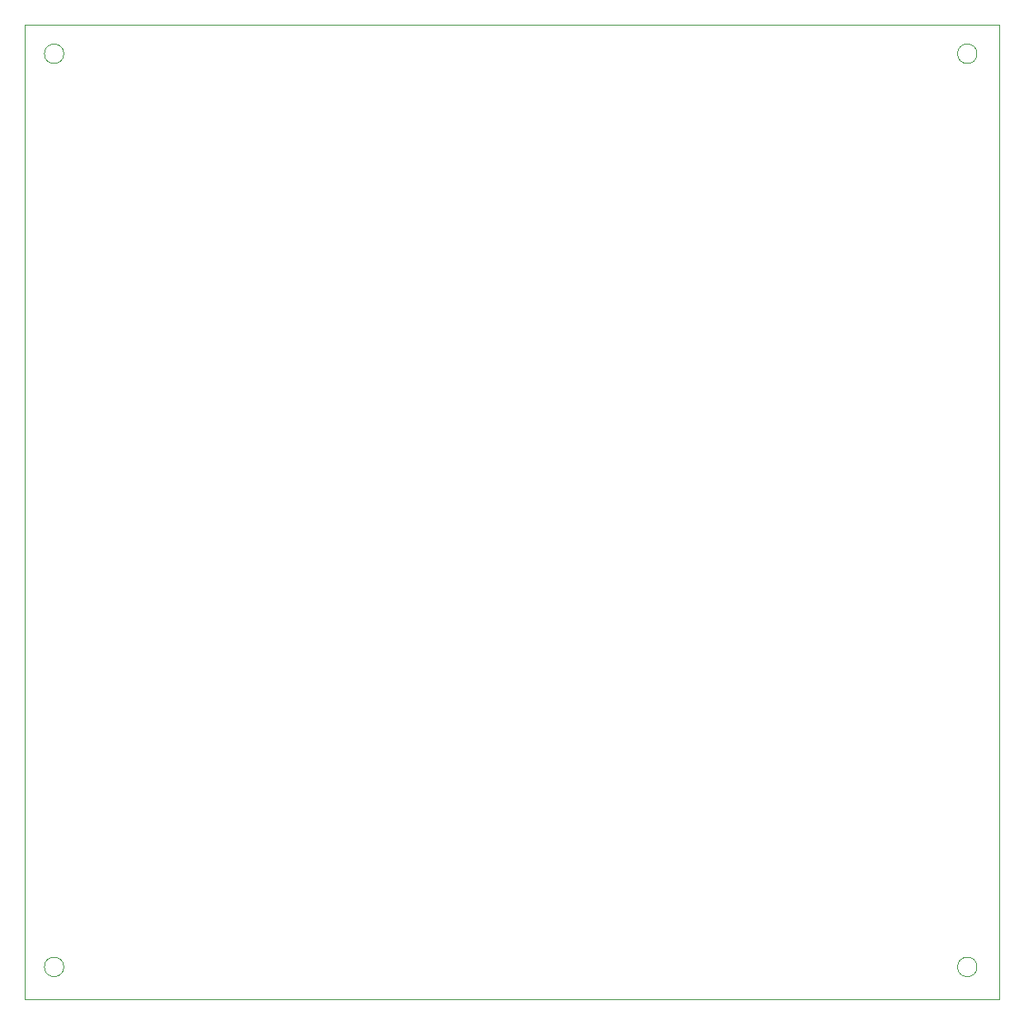
<source format=gbr>
%TF.GenerationSoftware,KiCad,Pcbnew,(5.0.0)*%
%TF.CreationDate,2020-03-24T12:10:01+01:00*%
%TF.ProjectId,Schaltplan_Modul2,536368616C74706C616E5F4D6F64756C,rev?*%
%TF.SameCoordinates,Original*%
%TF.FileFunction,Paste,Bot*%
%TF.FilePolarity,Positive*%
%FSLAX46Y46*%
G04 Gerber Fmt 4.6, Leading zero omitted, Abs format (unit mm)*
G04 Created by KiCad (PCBNEW (5.0.0)) date 03/24/20 12:10:01*
%MOMM*%
%LPD*%
G01*
G04 APERTURE LIST*
%ADD10C,0.100000*%
G04 APERTURE END LIST*
D10*
X98285000Y-141450000D02*
G75*
G03X98285000Y-141450000I-1000000J0D01*
G01*
X191980000Y-141450000D02*
G75*
G03X191980000Y-141450000I-1000000J0D01*
G01*
X191980000Y-47755000D02*
G75*
G03X191980000Y-47755000I-1000000J0D01*
G01*
X98285000Y-47755000D02*
G75*
G03X98285000Y-47755000I-1000000J0D01*
G01*
X94285000Y-144755000D02*
X194285000Y-144755000D01*
X194285000Y-44755000D02*
X194285000Y-144755000D01*
X94285000Y-144755000D02*
X94285000Y-44755000D01*
X94285000Y-44755000D02*
X194285000Y-44755000D01*
M02*

</source>
